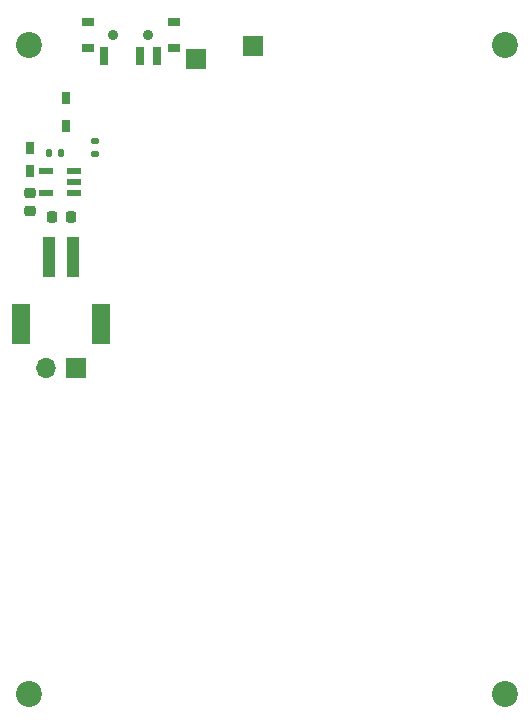
<source format=gbs>
G04 #@! TF.GenerationSoftware,KiCad,Pcbnew,9.0.6*
G04 #@! TF.CreationDate,2025-12-20T18:09:35+05:30*
G04 #@! TF.ProjectId,BloodHound_VENOM_LiPo,426c6f6f-6448-46f7-956e-645f56454e4f,1*
G04 #@! TF.SameCoordinates,Original*
G04 #@! TF.FileFunction,Soldermask,Bot*
G04 #@! TF.FilePolarity,Negative*
%FSLAX46Y46*%
G04 Gerber Fmt 4.6, Leading zero omitted, Abs format (unit mm)*
G04 Created by KiCad (PCBNEW 9.0.6) date 2025-12-20 18:09:35*
%MOMM*%
%LPD*%
G01*
G04 APERTURE LIST*
G04 Aperture macros list*
%AMRoundRect*
0 Rectangle with rounded corners*
0 $1 Rounding radius*
0 $2 $3 $4 $5 $6 $7 $8 $9 X,Y pos of 4 corners*
0 Add a 4 corners polygon primitive as box body*
4,1,4,$2,$3,$4,$5,$6,$7,$8,$9,$2,$3,0*
0 Add four circle primitives for the rounded corners*
1,1,$1+$1,$2,$3*
1,1,$1+$1,$4,$5*
1,1,$1+$1,$6,$7*
1,1,$1+$1,$8,$9*
0 Add four rect primitives between the rounded corners*
20,1,$1+$1,$2,$3,$4,$5,0*
20,1,$1+$1,$4,$5,$6,$7,0*
20,1,$1+$1,$6,$7,$8,$9,0*
20,1,$1+$1,$8,$9,$2,$3,0*%
G04 Aperture macros list end*
%ADD10R,1.700000X1.700000*%
%ADD11C,2.200000*%
%ADD12O,1.700000X1.700000*%
%ADD13RoundRect,0.225000X0.225000X0.250000X-0.225000X0.250000X-0.225000X-0.250000X0.225000X-0.250000X0*%
%ADD14R,1.160000X0.490000*%
%ADD15R,1.180000X0.490000*%
%ADD16R,1.000000X0.800000*%
%ADD17C,0.900000*%
%ADD18R,0.700000X1.500000*%
%ADD19RoundRect,0.135000X-0.185000X0.135000X-0.185000X-0.135000X0.185000X-0.135000X0.185000X0.135000X0*%
%ADD20R,0.700000X1.000000*%
%ADD21R,0.750000X1.000000*%
%ADD22R,1.000000X3.500000*%
%ADD23R,1.500000X3.500000*%
%ADD24RoundRect,0.135000X-0.135000X-0.185000X0.135000X-0.185000X0.135000X0.185000X-0.135000X0.185000X0*%
%ADD25RoundRect,0.225000X-0.250000X0.225000X-0.250000X-0.225000X0.250000X-0.225000X0.250000X0.225000X0*%
G04 APERTURE END LIST*
D10*
X151000000Y-69000000D03*
D11*
X132000000Y-123850000D03*
X172300000Y-123850000D03*
D10*
X136025000Y-96300000D03*
D12*
X133485000Y-96300000D03*
D11*
X172300000Y-68900000D03*
D10*
X146200000Y-70100000D03*
D11*
X132000000Y-68900000D03*
D13*
X135550000Y-83500000D03*
X134000000Y-83500000D03*
D14*
X135815000Y-79550000D03*
X135815000Y-80500000D03*
X135815000Y-81450000D03*
D15*
X133515000Y-81450000D03*
X133515000Y-79550000D03*
D16*
X137000000Y-66970000D03*
X137000000Y-69180000D03*
D17*
X139150000Y-68070000D03*
X142150000Y-68070000D03*
D16*
X144300000Y-66970000D03*
X144300000Y-69180000D03*
D18*
X138400000Y-69830000D03*
X141400000Y-69830000D03*
X142900000Y-69830000D03*
D19*
X137600000Y-77090000D03*
X137600000Y-78110000D03*
D20*
X132100000Y-79600000D03*
X132100000Y-77600000D03*
D21*
X135200000Y-75770000D03*
X135200000Y-73430000D03*
D22*
X135750000Y-86850000D03*
X133750000Y-86850000D03*
D23*
X131400000Y-92550000D03*
X138100000Y-92550000D03*
D24*
X133690000Y-78100000D03*
X134710000Y-78100000D03*
D25*
X132100000Y-81425000D03*
X132100000Y-82975000D03*
M02*

</source>
